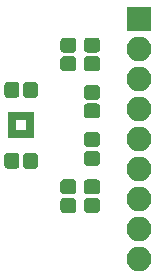
<source format=gbr>
G04 #@! TF.GenerationSoftware,KiCad,Pcbnew,(5.0.0)*
G04 #@! TF.CreationDate,2018-08-29T17:32:18+01:00*
G04 #@! TF.ProjectId,Week5LetsTryANewIC,5765656B354C657473547279414E6577,rev?*
G04 #@! TF.SameCoordinates,Original*
G04 #@! TF.FileFunction,Soldermask,Top*
G04 #@! TF.FilePolarity,Negative*
%FSLAX46Y46*%
G04 Gerber Fmt 4.6, Leading zero omitted, Abs format (unit mm)*
G04 Created by KiCad (PCBNEW (5.0.0)) date 08/29/18 17:32:18*
%MOMM*%
%LPD*%
G01*
G04 APERTURE LIST*
%ADD10C,0.100000*%
%ADD11C,1.275000*%
%ADD12R,0.750000X0.775000*%
%ADD13R,0.775000X0.750000*%
%ADD14R,2.100000X2.100000*%
%ADD15O,2.100000X2.100000*%
G04 APERTURE END LIST*
D10*
G04 #@! TO.C,C1*
G36*
X157562493Y-78326535D02*
X157593435Y-78331125D01*
X157623778Y-78338725D01*
X157653230Y-78349263D01*
X157681508Y-78362638D01*
X157708338Y-78378719D01*
X157733463Y-78397353D01*
X157756640Y-78418360D01*
X157777647Y-78441537D01*
X157796281Y-78466662D01*
X157812362Y-78493492D01*
X157825737Y-78521770D01*
X157836275Y-78551222D01*
X157843875Y-78581565D01*
X157848465Y-78612507D01*
X157850000Y-78643750D01*
X157850000Y-79356250D01*
X157848465Y-79387493D01*
X157843875Y-79418435D01*
X157836275Y-79448778D01*
X157825737Y-79478230D01*
X157812362Y-79506508D01*
X157796281Y-79533338D01*
X157777647Y-79558463D01*
X157756640Y-79581640D01*
X157733463Y-79602647D01*
X157708338Y-79621281D01*
X157681508Y-79637362D01*
X157653230Y-79650737D01*
X157623778Y-79661275D01*
X157593435Y-79668875D01*
X157562493Y-79673465D01*
X157531250Y-79675000D01*
X156893750Y-79675000D01*
X156862507Y-79673465D01*
X156831565Y-79668875D01*
X156801222Y-79661275D01*
X156771770Y-79650737D01*
X156743492Y-79637362D01*
X156716662Y-79621281D01*
X156691537Y-79602647D01*
X156668360Y-79581640D01*
X156647353Y-79558463D01*
X156628719Y-79533338D01*
X156612638Y-79506508D01*
X156599263Y-79478230D01*
X156588725Y-79448778D01*
X156581125Y-79418435D01*
X156576535Y-79387493D01*
X156575000Y-79356250D01*
X156575000Y-78643750D01*
X156576535Y-78612507D01*
X156581125Y-78581565D01*
X156588725Y-78551222D01*
X156599263Y-78521770D01*
X156612638Y-78493492D01*
X156628719Y-78466662D01*
X156647353Y-78441537D01*
X156668360Y-78418360D01*
X156691537Y-78397353D01*
X156716662Y-78378719D01*
X156743492Y-78362638D01*
X156771770Y-78349263D01*
X156801222Y-78338725D01*
X156831565Y-78331125D01*
X156862507Y-78326535D01*
X156893750Y-78325000D01*
X157531250Y-78325000D01*
X157562493Y-78326535D01*
X157562493Y-78326535D01*
G37*
D11*
X157212500Y-79000000D03*
D10*
G36*
X159137493Y-78326535D02*
X159168435Y-78331125D01*
X159198778Y-78338725D01*
X159228230Y-78349263D01*
X159256508Y-78362638D01*
X159283338Y-78378719D01*
X159308463Y-78397353D01*
X159331640Y-78418360D01*
X159352647Y-78441537D01*
X159371281Y-78466662D01*
X159387362Y-78493492D01*
X159400737Y-78521770D01*
X159411275Y-78551222D01*
X159418875Y-78581565D01*
X159423465Y-78612507D01*
X159425000Y-78643750D01*
X159425000Y-79356250D01*
X159423465Y-79387493D01*
X159418875Y-79418435D01*
X159411275Y-79448778D01*
X159400737Y-79478230D01*
X159387362Y-79506508D01*
X159371281Y-79533338D01*
X159352647Y-79558463D01*
X159331640Y-79581640D01*
X159308463Y-79602647D01*
X159283338Y-79621281D01*
X159256508Y-79637362D01*
X159228230Y-79650737D01*
X159198778Y-79661275D01*
X159168435Y-79668875D01*
X159137493Y-79673465D01*
X159106250Y-79675000D01*
X158468750Y-79675000D01*
X158437507Y-79673465D01*
X158406565Y-79668875D01*
X158376222Y-79661275D01*
X158346770Y-79650737D01*
X158318492Y-79637362D01*
X158291662Y-79621281D01*
X158266537Y-79602647D01*
X158243360Y-79581640D01*
X158222353Y-79558463D01*
X158203719Y-79533338D01*
X158187638Y-79506508D01*
X158174263Y-79478230D01*
X158163725Y-79448778D01*
X158156125Y-79418435D01*
X158151535Y-79387493D01*
X158150000Y-79356250D01*
X158150000Y-78643750D01*
X158151535Y-78612507D01*
X158156125Y-78581565D01*
X158163725Y-78551222D01*
X158174263Y-78521770D01*
X158187638Y-78493492D01*
X158203719Y-78466662D01*
X158222353Y-78441537D01*
X158243360Y-78418360D01*
X158266537Y-78397353D01*
X158291662Y-78378719D01*
X158318492Y-78362638D01*
X158346770Y-78349263D01*
X158376222Y-78338725D01*
X158406565Y-78331125D01*
X158437507Y-78326535D01*
X158468750Y-78325000D01*
X159106250Y-78325000D01*
X159137493Y-78326535D01*
X159137493Y-78326535D01*
G37*
D11*
X158787500Y-79000000D03*
G04 #@! TD*
D10*
G04 #@! TO.C,C2*
G36*
X159137493Y-72326535D02*
X159168435Y-72331125D01*
X159198778Y-72338725D01*
X159228230Y-72349263D01*
X159256508Y-72362638D01*
X159283338Y-72378719D01*
X159308463Y-72397353D01*
X159331640Y-72418360D01*
X159352647Y-72441537D01*
X159371281Y-72466662D01*
X159387362Y-72493492D01*
X159400737Y-72521770D01*
X159411275Y-72551222D01*
X159418875Y-72581565D01*
X159423465Y-72612507D01*
X159425000Y-72643750D01*
X159425000Y-73356250D01*
X159423465Y-73387493D01*
X159418875Y-73418435D01*
X159411275Y-73448778D01*
X159400737Y-73478230D01*
X159387362Y-73506508D01*
X159371281Y-73533338D01*
X159352647Y-73558463D01*
X159331640Y-73581640D01*
X159308463Y-73602647D01*
X159283338Y-73621281D01*
X159256508Y-73637362D01*
X159228230Y-73650737D01*
X159198778Y-73661275D01*
X159168435Y-73668875D01*
X159137493Y-73673465D01*
X159106250Y-73675000D01*
X158468750Y-73675000D01*
X158437507Y-73673465D01*
X158406565Y-73668875D01*
X158376222Y-73661275D01*
X158346770Y-73650737D01*
X158318492Y-73637362D01*
X158291662Y-73621281D01*
X158266537Y-73602647D01*
X158243360Y-73581640D01*
X158222353Y-73558463D01*
X158203719Y-73533338D01*
X158187638Y-73506508D01*
X158174263Y-73478230D01*
X158163725Y-73448778D01*
X158156125Y-73418435D01*
X158151535Y-73387493D01*
X158150000Y-73356250D01*
X158150000Y-72643750D01*
X158151535Y-72612507D01*
X158156125Y-72581565D01*
X158163725Y-72551222D01*
X158174263Y-72521770D01*
X158187638Y-72493492D01*
X158203719Y-72466662D01*
X158222353Y-72441537D01*
X158243360Y-72418360D01*
X158266537Y-72397353D01*
X158291662Y-72378719D01*
X158318492Y-72362638D01*
X158346770Y-72349263D01*
X158376222Y-72338725D01*
X158406565Y-72331125D01*
X158437507Y-72326535D01*
X158468750Y-72325000D01*
X159106250Y-72325000D01*
X159137493Y-72326535D01*
X159137493Y-72326535D01*
G37*
D11*
X158787500Y-73000000D03*
D10*
G36*
X157562493Y-72326535D02*
X157593435Y-72331125D01*
X157623778Y-72338725D01*
X157653230Y-72349263D01*
X157681508Y-72362638D01*
X157708338Y-72378719D01*
X157733463Y-72397353D01*
X157756640Y-72418360D01*
X157777647Y-72441537D01*
X157796281Y-72466662D01*
X157812362Y-72493492D01*
X157825737Y-72521770D01*
X157836275Y-72551222D01*
X157843875Y-72581565D01*
X157848465Y-72612507D01*
X157850000Y-72643750D01*
X157850000Y-73356250D01*
X157848465Y-73387493D01*
X157843875Y-73418435D01*
X157836275Y-73448778D01*
X157825737Y-73478230D01*
X157812362Y-73506508D01*
X157796281Y-73533338D01*
X157777647Y-73558463D01*
X157756640Y-73581640D01*
X157733463Y-73602647D01*
X157708338Y-73621281D01*
X157681508Y-73637362D01*
X157653230Y-73650737D01*
X157623778Y-73661275D01*
X157593435Y-73668875D01*
X157562493Y-73673465D01*
X157531250Y-73675000D01*
X156893750Y-73675000D01*
X156862507Y-73673465D01*
X156831565Y-73668875D01*
X156801222Y-73661275D01*
X156771770Y-73650737D01*
X156743492Y-73637362D01*
X156716662Y-73621281D01*
X156691537Y-73602647D01*
X156668360Y-73581640D01*
X156647353Y-73558463D01*
X156628719Y-73533338D01*
X156612638Y-73506508D01*
X156599263Y-73478230D01*
X156588725Y-73448778D01*
X156581125Y-73418435D01*
X156576535Y-73387493D01*
X156575000Y-73356250D01*
X156575000Y-72643750D01*
X156576535Y-72612507D01*
X156581125Y-72581565D01*
X156588725Y-72551222D01*
X156599263Y-72521770D01*
X156612638Y-72493492D01*
X156628719Y-72466662D01*
X156647353Y-72441537D01*
X156668360Y-72418360D01*
X156691537Y-72397353D01*
X156716662Y-72378719D01*
X156743492Y-72362638D01*
X156771770Y-72349263D01*
X156801222Y-72338725D01*
X156831565Y-72331125D01*
X156862507Y-72326535D01*
X156893750Y-72325000D01*
X157531250Y-72325000D01*
X157562493Y-72326535D01*
X157562493Y-72326535D01*
G37*
D11*
X157212500Y-73000000D03*
G04 #@! TD*
D12*
G04 #@! TO.C,U1*
X158250000Y-75237500D03*
X157750000Y-75237500D03*
X158250000Y-76762500D03*
X157750000Y-76762500D03*
X157250000Y-75237500D03*
X157250000Y-76762500D03*
X158750000Y-75237500D03*
X158750000Y-76762500D03*
D13*
X157237500Y-75750000D03*
X157237500Y-76250000D03*
X158762500Y-76250000D03*
X158762500Y-75750000D03*
G04 #@! TD*
D14*
G04 #@! TO.C,J1*
X168000000Y-67000000D03*
D15*
X168000000Y-69540000D03*
X168000000Y-72080000D03*
X168000000Y-74620000D03*
X168000000Y-77160000D03*
X168000000Y-79700000D03*
X168000000Y-82240000D03*
X168000000Y-84780000D03*
X168000000Y-87320000D03*
G04 #@! TD*
D10*
G04 #@! TO.C,R1*
G36*
X164387493Y-72576535D02*
X164418435Y-72581125D01*
X164448778Y-72588725D01*
X164478230Y-72599263D01*
X164506508Y-72612638D01*
X164533338Y-72628719D01*
X164558463Y-72647353D01*
X164581640Y-72668360D01*
X164602647Y-72691537D01*
X164621281Y-72716662D01*
X164637362Y-72743492D01*
X164650737Y-72771770D01*
X164661275Y-72801222D01*
X164668875Y-72831565D01*
X164673465Y-72862507D01*
X164675000Y-72893750D01*
X164675000Y-73531250D01*
X164673465Y-73562493D01*
X164668875Y-73593435D01*
X164661275Y-73623778D01*
X164650737Y-73653230D01*
X164637362Y-73681508D01*
X164621281Y-73708338D01*
X164602647Y-73733463D01*
X164581640Y-73756640D01*
X164558463Y-73777647D01*
X164533338Y-73796281D01*
X164506508Y-73812362D01*
X164478230Y-73825737D01*
X164448778Y-73836275D01*
X164418435Y-73843875D01*
X164387493Y-73848465D01*
X164356250Y-73850000D01*
X163643750Y-73850000D01*
X163612507Y-73848465D01*
X163581565Y-73843875D01*
X163551222Y-73836275D01*
X163521770Y-73825737D01*
X163493492Y-73812362D01*
X163466662Y-73796281D01*
X163441537Y-73777647D01*
X163418360Y-73756640D01*
X163397353Y-73733463D01*
X163378719Y-73708338D01*
X163362638Y-73681508D01*
X163349263Y-73653230D01*
X163338725Y-73623778D01*
X163331125Y-73593435D01*
X163326535Y-73562493D01*
X163325000Y-73531250D01*
X163325000Y-72893750D01*
X163326535Y-72862507D01*
X163331125Y-72831565D01*
X163338725Y-72801222D01*
X163349263Y-72771770D01*
X163362638Y-72743492D01*
X163378719Y-72716662D01*
X163397353Y-72691537D01*
X163418360Y-72668360D01*
X163441537Y-72647353D01*
X163466662Y-72628719D01*
X163493492Y-72612638D01*
X163521770Y-72599263D01*
X163551222Y-72588725D01*
X163581565Y-72581125D01*
X163612507Y-72576535D01*
X163643750Y-72575000D01*
X164356250Y-72575000D01*
X164387493Y-72576535D01*
X164387493Y-72576535D01*
G37*
D11*
X164000000Y-73212500D03*
D10*
G36*
X164387493Y-74151535D02*
X164418435Y-74156125D01*
X164448778Y-74163725D01*
X164478230Y-74174263D01*
X164506508Y-74187638D01*
X164533338Y-74203719D01*
X164558463Y-74222353D01*
X164581640Y-74243360D01*
X164602647Y-74266537D01*
X164621281Y-74291662D01*
X164637362Y-74318492D01*
X164650737Y-74346770D01*
X164661275Y-74376222D01*
X164668875Y-74406565D01*
X164673465Y-74437507D01*
X164675000Y-74468750D01*
X164675000Y-75106250D01*
X164673465Y-75137493D01*
X164668875Y-75168435D01*
X164661275Y-75198778D01*
X164650737Y-75228230D01*
X164637362Y-75256508D01*
X164621281Y-75283338D01*
X164602647Y-75308463D01*
X164581640Y-75331640D01*
X164558463Y-75352647D01*
X164533338Y-75371281D01*
X164506508Y-75387362D01*
X164478230Y-75400737D01*
X164448778Y-75411275D01*
X164418435Y-75418875D01*
X164387493Y-75423465D01*
X164356250Y-75425000D01*
X163643750Y-75425000D01*
X163612507Y-75423465D01*
X163581565Y-75418875D01*
X163551222Y-75411275D01*
X163521770Y-75400737D01*
X163493492Y-75387362D01*
X163466662Y-75371281D01*
X163441537Y-75352647D01*
X163418360Y-75331640D01*
X163397353Y-75308463D01*
X163378719Y-75283338D01*
X163362638Y-75256508D01*
X163349263Y-75228230D01*
X163338725Y-75198778D01*
X163331125Y-75168435D01*
X163326535Y-75137493D01*
X163325000Y-75106250D01*
X163325000Y-74468750D01*
X163326535Y-74437507D01*
X163331125Y-74406565D01*
X163338725Y-74376222D01*
X163349263Y-74346770D01*
X163362638Y-74318492D01*
X163378719Y-74291662D01*
X163397353Y-74266537D01*
X163418360Y-74243360D01*
X163441537Y-74222353D01*
X163466662Y-74203719D01*
X163493492Y-74187638D01*
X163521770Y-74174263D01*
X163551222Y-74163725D01*
X163581565Y-74156125D01*
X163612507Y-74151535D01*
X163643750Y-74150000D01*
X164356250Y-74150000D01*
X164387493Y-74151535D01*
X164387493Y-74151535D01*
G37*
D11*
X164000000Y-74787500D03*
G04 #@! TD*
D10*
G04 #@! TO.C,R2*
G36*
X164387493Y-78151535D02*
X164418435Y-78156125D01*
X164448778Y-78163725D01*
X164478230Y-78174263D01*
X164506508Y-78187638D01*
X164533338Y-78203719D01*
X164558463Y-78222353D01*
X164581640Y-78243360D01*
X164602647Y-78266537D01*
X164621281Y-78291662D01*
X164637362Y-78318492D01*
X164650737Y-78346770D01*
X164661275Y-78376222D01*
X164668875Y-78406565D01*
X164673465Y-78437507D01*
X164675000Y-78468750D01*
X164675000Y-79106250D01*
X164673465Y-79137493D01*
X164668875Y-79168435D01*
X164661275Y-79198778D01*
X164650737Y-79228230D01*
X164637362Y-79256508D01*
X164621281Y-79283338D01*
X164602647Y-79308463D01*
X164581640Y-79331640D01*
X164558463Y-79352647D01*
X164533338Y-79371281D01*
X164506508Y-79387362D01*
X164478230Y-79400737D01*
X164448778Y-79411275D01*
X164418435Y-79418875D01*
X164387493Y-79423465D01*
X164356250Y-79425000D01*
X163643750Y-79425000D01*
X163612507Y-79423465D01*
X163581565Y-79418875D01*
X163551222Y-79411275D01*
X163521770Y-79400737D01*
X163493492Y-79387362D01*
X163466662Y-79371281D01*
X163441537Y-79352647D01*
X163418360Y-79331640D01*
X163397353Y-79308463D01*
X163378719Y-79283338D01*
X163362638Y-79256508D01*
X163349263Y-79228230D01*
X163338725Y-79198778D01*
X163331125Y-79168435D01*
X163326535Y-79137493D01*
X163325000Y-79106250D01*
X163325000Y-78468750D01*
X163326535Y-78437507D01*
X163331125Y-78406565D01*
X163338725Y-78376222D01*
X163349263Y-78346770D01*
X163362638Y-78318492D01*
X163378719Y-78291662D01*
X163397353Y-78266537D01*
X163418360Y-78243360D01*
X163441537Y-78222353D01*
X163466662Y-78203719D01*
X163493492Y-78187638D01*
X163521770Y-78174263D01*
X163551222Y-78163725D01*
X163581565Y-78156125D01*
X163612507Y-78151535D01*
X163643750Y-78150000D01*
X164356250Y-78150000D01*
X164387493Y-78151535D01*
X164387493Y-78151535D01*
G37*
D11*
X164000000Y-78787500D03*
D10*
G36*
X164387493Y-76576535D02*
X164418435Y-76581125D01*
X164448778Y-76588725D01*
X164478230Y-76599263D01*
X164506508Y-76612638D01*
X164533338Y-76628719D01*
X164558463Y-76647353D01*
X164581640Y-76668360D01*
X164602647Y-76691537D01*
X164621281Y-76716662D01*
X164637362Y-76743492D01*
X164650737Y-76771770D01*
X164661275Y-76801222D01*
X164668875Y-76831565D01*
X164673465Y-76862507D01*
X164675000Y-76893750D01*
X164675000Y-77531250D01*
X164673465Y-77562493D01*
X164668875Y-77593435D01*
X164661275Y-77623778D01*
X164650737Y-77653230D01*
X164637362Y-77681508D01*
X164621281Y-77708338D01*
X164602647Y-77733463D01*
X164581640Y-77756640D01*
X164558463Y-77777647D01*
X164533338Y-77796281D01*
X164506508Y-77812362D01*
X164478230Y-77825737D01*
X164448778Y-77836275D01*
X164418435Y-77843875D01*
X164387493Y-77848465D01*
X164356250Y-77850000D01*
X163643750Y-77850000D01*
X163612507Y-77848465D01*
X163581565Y-77843875D01*
X163551222Y-77836275D01*
X163521770Y-77825737D01*
X163493492Y-77812362D01*
X163466662Y-77796281D01*
X163441537Y-77777647D01*
X163418360Y-77756640D01*
X163397353Y-77733463D01*
X163378719Y-77708338D01*
X163362638Y-77681508D01*
X163349263Y-77653230D01*
X163338725Y-77623778D01*
X163331125Y-77593435D01*
X163326535Y-77562493D01*
X163325000Y-77531250D01*
X163325000Y-76893750D01*
X163326535Y-76862507D01*
X163331125Y-76831565D01*
X163338725Y-76801222D01*
X163349263Y-76771770D01*
X163362638Y-76743492D01*
X163378719Y-76716662D01*
X163397353Y-76691537D01*
X163418360Y-76668360D01*
X163441537Y-76647353D01*
X163466662Y-76628719D01*
X163493492Y-76612638D01*
X163521770Y-76599263D01*
X163551222Y-76588725D01*
X163581565Y-76581125D01*
X163612507Y-76576535D01*
X163643750Y-76575000D01*
X164356250Y-76575000D01*
X164387493Y-76576535D01*
X164387493Y-76576535D01*
G37*
D11*
X164000000Y-77212500D03*
G04 #@! TD*
D10*
G04 #@! TO.C,R3*
G36*
X164387493Y-68576535D02*
X164418435Y-68581125D01*
X164448778Y-68588725D01*
X164478230Y-68599263D01*
X164506508Y-68612638D01*
X164533338Y-68628719D01*
X164558463Y-68647353D01*
X164581640Y-68668360D01*
X164602647Y-68691537D01*
X164621281Y-68716662D01*
X164637362Y-68743492D01*
X164650737Y-68771770D01*
X164661275Y-68801222D01*
X164668875Y-68831565D01*
X164673465Y-68862507D01*
X164675000Y-68893750D01*
X164675000Y-69531250D01*
X164673465Y-69562493D01*
X164668875Y-69593435D01*
X164661275Y-69623778D01*
X164650737Y-69653230D01*
X164637362Y-69681508D01*
X164621281Y-69708338D01*
X164602647Y-69733463D01*
X164581640Y-69756640D01*
X164558463Y-69777647D01*
X164533338Y-69796281D01*
X164506508Y-69812362D01*
X164478230Y-69825737D01*
X164448778Y-69836275D01*
X164418435Y-69843875D01*
X164387493Y-69848465D01*
X164356250Y-69850000D01*
X163643750Y-69850000D01*
X163612507Y-69848465D01*
X163581565Y-69843875D01*
X163551222Y-69836275D01*
X163521770Y-69825737D01*
X163493492Y-69812362D01*
X163466662Y-69796281D01*
X163441537Y-69777647D01*
X163418360Y-69756640D01*
X163397353Y-69733463D01*
X163378719Y-69708338D01*
X163362638Y-69681508D01*
X163349263Y-69653230D01*
X163338725Y-69623778D01*
X163331125Y-69593435D01*
X163326535Y-69562493D01*
X163325000Y-69531250D01*
X163325000Y-68893750D01*
X163326535Y-68862507D01*
X163331125Y-68831565D01*
X163338725Y-68801222D01*
X163349263Y-68771770D01*
X163362638Y-68743492D01*
X163378719Y-68716662D01*
X163397353Y-68691537D01*
X163418360Y-68668360D01*
X163441537Y-68647353D01*
X163466662Y-68628719D01*
X163493492Y-68612638D01*
X163521770Y-68599263D01*
X163551222Y-68588725D01*
X163581565Y-68581125D01*
X163612507Y-68576535D01*
X163643750Y-68575000D01*
X164356250Y-68575000D01*
X164387493Y-68576535D01*
X164387493Y-68576535D01*
G37*
D11*
X164000000Y-69212500D03*
D10*
G36*
X164387493Y-70151535D02*
X164418435Y-70156125D01*
X164448778Y-70163725D01*
X164478230Y-70174263D01*
X164506508Y-70187638D01*
X164533338Y-70203719D01*
X164558463Y-70222353D01*
X164581640Y-70243360D01*
X164602647Y-70266537D01*
X164621281Y-70291662D01*
X164637362Y-70318492D01*
X164650737Y-70346770D01*
X164661275Y-70376222D01*
X164668875Y-70406565D01*
X164673465Y-70437507D01*
X164675000Y-70468750D01*
X164675000Y-71106250D01*
X164673465Y-71137493D01*
X164668875Y-71168435D01*
X164661275Y-71198778D01*
X164650737Y-71228230D01*
X164637362Y-71256508D01*
X164621281Y-71283338D01*
X164602647Y-71308463D01*
X164581640Y-71331640D01*
X164558463Y-71352647D01*
X164533338Y-71371281D01*
X164506508Y-71387362D01*
X164478230Y-71400737D01*
X164448778Y-71411275D01*
X164418435Y-71418875D01*
X164387493Y-71423465D01*
X164356250Y-71425000D01*
X163643750Y-71425000D01*
X163612507Y-71423465D01*
X163581565Y-71418875D01*
X163551222Y-71411275D01*
X163521770Y-71400737D01*
X163493492Y-71387362D01*
X163466662Y-71371281D01*
X163441537Y-71352647D01*
X163418360Y-71331640D01*
X163397353Y-71308463D01*
X163378719Y-71283338D01*
X163362638Y-71256508D01*
X163349263Y-71228230D01*
X163338725Y-71198778D01*
X163331125Y-71168435D01*
X163326535Y-71137493D01*
X163325000Y-71106250D01*
X163325000Y-70468750D01*
X163326535Y-70437507D01*
X163331125Y-70406565D01*
X163338725Y-70376222D01*
X163349263Y-70346770D01*
X163362638Y-70318492D01*
X163378719Y-70291662D01*
X163397353Y-70266537D01*
X163418360Y-70243360D01*
X163441537Y-70222353D01*
X163466662Y-70203719D01*
X163493492Y-70187638D01*
X163521770Y-70174263D01*
X163551222Y-70163725D01*
X163581565Y-70156125D01*
X163612507Y-70151535D01*
X163643750Y-70150000D01*
X164356250Y-70150000D01*
X164387493Y-70151535D01*
X164387493Y-70151535D01*
G37*
D11*
X164000000Y-70787500D03*
G04 #@! TD*
D10*
G04 #@! TO.C,R4*
G36*
X162387493Y-68576535D02*
X162418435Y-68581125D01*
X162448778Y-68588725D01*
X162478230Y-68599263D01*
X162506508Y-68612638D01*
X162533338Y-68628719D01*
X162558463Y-68647353D01*
X162581640Y-68668360D01*
X162602647Y-68691537D01*
X162621281Y-68716662D01*
X162637362Y-68743492D01*
X162650737Y-68771770D01*
X162661275Y-68801222D01*
X162668875Y-68831565D01*
X162673465Y-68862507D01*
X162675000Y-68893750D01*
X162675000Y-69531250D01*
X162673465Y-69562493D01*
X162668875Y-69593435D01*
X162661275Y-69623778D01*
X162650737Y-69653230D01*
X162637362Y-69681508D01*
X162621281Y-69708338D01*
X162602647Y-69733463D01*
X162581640Y-69756640D01*
X162558463Y-69777647D01*
X162533338Y-69796281D01*
X162506508Y-69812362D01*
X162478230Y-69825737D01*
X162448778Y-69836275D01*
X162418435Y-69843875D01*
X162387493Y-69848465D01*
X162356250Y-69850000D01*
X161643750Y-69850000D01*
X161612507Y-69848465D01*
X161581565Y-69843875D01*
X161551222Y-69836275D01*
X161521770Y-69825737D01*
X161493492Y-69812362D01*
X161466662Y-69796281D01*
X161441537Y-69777647D01*
X161418360Y-69756640D01*
X161397353Y-69733463D01*
X161378719Y-69708338D01*
X161362638Y-69681508D01*
X161349263Y-69653230D01*
X161338725Y-69623778D01*
X161331125Y-69593435D01*
X161326535Y-69562493D01*
X161325000Y-69531250D01*
X161325000Y-68893750D01*
X161326535Y-68862507D01*
X161331125Y-68831565D01*
X161338725Y-68801222D01*
X161349263Y-68771770D01*
X161362638Y-68743492D01*
X161378719Y-68716662D01*
X161397353Y-68691537D01*
X161418360Y-68668360D01*
X161441537Y-68647353D01*
X161466662Y-68628719D01*
X161493492Y-68612638D01*
X161521770Y-68599263D01*
X161551222Y-68588725D01*
X161581565Y-68581125D01*
X161612507Y-68576535D01*
X161643750Y-68575000D01*
X162356250Y-68575000D01*
X162387493Y-68576535D01*
X162387493Y-68576535D01*
G37*
D11*
X162000000Y-69212500D03*
D10*
G36*
X162387493Y-70151535D02*
X162418435Y-70156125D01*
X162448778Y-70163725D01*
X162478230Y-70174263D01*
X162506508Y-70187638D01*
X162533338Y-70203719D01*
X162558463Y-70222353D01*
X162581640Y-70243360D01*
X162602647Y-70266537D01*
X162621281Y-70291662D01*
X162637362Y-70318492D01*
X162650737Y-70346770D01*
X162661275Y-70376222D01*
X162668875Y-70406565D01*
X162673465Y-70437507D01*
X162675000Y-70468750D01*
X162675000Y-71106250D01*
X162673465Y-71137493D01*
X162668875Y-71168435D01*
X162661275Y-71198778D01*
X162650737Y-71228230D01*
X162637362Y-71256508D01*
X162621281Y-71283338D01*
X162602647Y-71308463D01*
X162581640Y-71331640D01*
X162558463Y-71352647D01*
X162533338Y-71371281D01*
X162506508Y-71387362D01*
X162478230Y-71400737D01*
X162448778Y-71411275D01*
X162418435Y-71418875D01*
X162387493Y-71423465D01*
X162356250Y-71425000D01*
X161643750Y-71425000D01*
X161612507Y-71423465D01*
X161581565Y-71418875D01*
X161551222Y-71411275D01*
X161521770Y-71400737D01*
X161493492Y-71387362D01*
X161466662Y-71371281D01*
X161441537Y-71352647D01*
X161418360Y-71331640D01*
X161397353Y-71308463D01*
X161378719Y-71283338D01*
X161362638Y-71256508D01*
X161349263Y-71228230D01*
X161338725Y-71198778D01*
X161331125Y-71168435D01*
X161326535Y-71137493D01*
X161325000Y-71106250D01*
X161325000Y-70468750D01*
X161326535Y-70437507D01*
X161331125Y-70406565D01*
X161338725Y-70376222D01*
X161349263Y-70346770D01*
X161362638Y-70318492D01*
X161378719Y-70291662D01*
X161397353Y-70266537D01*
X161418360Y-70243360D01*
X161441537Y-70222353D01*
X161466662Y-70203719D01*
X161493492Y-70187638D01*
X161521770Y-70174263D01*
X161551222Y-70163725D01*
X161581565Y-70156125D01*
X161612507Y-70151535D01*
X161643750Y-70150000D01*
X162356250Y-70150000D01*
X162387493Y-70151535D01*
X162387493Y-70151535D01*
G37*
D11*
X162000000Y-70787500D03*
G04 #@! TD*
D10*
G04 #@! TO.C,R5*
G36*
X162387493Y-80576535D02*
X162418435Y-80581125D01*
X162448778Y-80588725D01*
X162478230Y-80599263D01*
X162506508Y-80612638D01*
X162533338Y-80628719D01*
X162558463Y-80647353D01*
X162581640Y-80668360D01*
X162602647Y-80691537D01*
X162621281Y-80716662D01*
X162637362Y-80743492D01*
X162650737Y-80771770D01*
X162661275Y-80801222D01*
X162668875Y-80831565D01*
X162673465Y-80862507D01*
X162675000Y-80893750D01*
X162675000Y-81531250D01*
X162673465Y-81562493D01*
X162668875Y-81593435D01*
X162661275Y-81623778D01*
X162650737Y-81653230D01*
X162637362Y-81681508D01*
X162621281Y-81708338D01*
X162602647Y-81733463D01*
X162581640Y-81756640D01*
X162558463Y-81777647D01*
X162533338Y-81796281D01*
X162506508Y-81812362D01*
X162478230Y-81825737D01*
X162448778Y-81836275D01*
X162418435Y-81843875D01*
X162387493Y-81848465D01*
X162356250Y-81850000D01*
X161643750Y-81850000D01*
X161612507Y-81848465D01*
X161581565Y-81843875D01*
X161551222Y-81836275D01*
X161521770Y-81825737D01*
X161493492Y-81812362D01*
X161466662Y-81796281D01*
X161441537Y-81777647D01*
X161418360Y-81756640D01*
X161397353Y-81733463D01*
X161378719Y-81708338D01*
X161362638Y-81681508D01*
X161349263Y-81653230D01*
X161338725Y-81623778D01*
X161331125Y-81593435D01*
X161326535Y-81562493D01*
X161325000Y-81531250D01*
X161325000Y-80893750D01*
X161326535Y-80862507D01*
X161331125Y-80831565D01*
X161338725Y-80801222D01*
X161349263Y-80771770D01*
X161362638Y-80743492D01*
X161378719Y-80716662D01*
X161397353Y-80691537D01*
X161418360Y-80668360D01*
X161441537Y-80647353D01*
X161466662Y-80628719D01*
X161493492Y-80612638D01*
X161521770Y-80599263D01*
X161551222Y-80588725D01*
X161581565Y-80581125D01*
X161612507Y-80576535D01*
X161643750Y-80575000D01*
X162356250Y-80575000D01*
X162387493Y-80576535D01*
X162387493Y-80576535D01*
G37*
D11*
X162000000Y-81212500D03*
D10*
G36*
X162387493Y-82151535D02*
X162418435Y-82156125D01*
X162448778Y-82163725D01*
X162478230Y-82174263D01*
X162506508Y-82187638D01*
X162533338Y-82203719D01*
X162558463Y-82222353D01*
X162581640Y-82243360D01*
X162602647Y-82266537D01*
X162621281Y-82291662D01*
X162637362Y-82318492D01*
X162650737Y-82346770D01*
X162661275Y-82376222D01*
X162668875Y-82406565D01*
X162673465Y-82437507D01*
X162675000Y-82468750D01*
X162675000Y-83106250D01*
X162673465Y-83137493D01*
X162668875Y-83168435D01*
X162661275Y-83198778D01*
X162650737Y-83228230D01*
X162637362Y-83256508D01*
X162621281Y-83283338D01*
X162602647Y-83308463D01*
X162581640Y-83331640D01*
X162558463Y-83352647D01*
X162533338Y-83371281D01*
X162506508Y-83387362D01*
X162478230Y-83400737D01*
X162448778Y-83411275D01*
X162418435Y-83418875D01*
X162387493Y-83423465D01*
X162356250Y-83425000D01*
X161643750Y-83425000D01*
X161612507Y-83423465D01*
X161581565Y-83418875D01*
X161551222Y-83411275D01*
X161521770Y-83400737D01*
X161493492Y-83387362D01*
X161466662Y-83371281D01*
X161441537Y-83352647D01*
X161418360Y-83331640D01*
X161397353Y-83308463D01*
X161378719Y-83283338D01*
X161362638Y-83256508D01*
X161349263Y-83228230D01*
X161338725Y-83198778D01*
X161331125Y-83168435D01*
X161326535Y-83137493D01*
X161325000Y-83106250D01*
X161325000Y-82468750D01*
X161326535Y-82437507D01*
X161331125Y-82406565D01*
X161338725Y-82376222D01*
X161349263Y-82346770D01*
X161362638Y-82318492D01*
X161378719Y-82291662D01*
X161397353Y-82266537D01*
X161418360Y-82243360D01*
X161441537Y-82222353D01*
X161466662Y-82203719D01*
X161493492Y-82187638D01*
X161521770Y-82174263D01*
X161551222Y-82163725D01*
X161581565Y-82156125D01*
X161612507Y-82151535D01*
X161643750Y-82150000D01*
X162356250Y-82150000D01*
X162387493Y-82151535D01*
X162387493Y-82151535D01*
G37*
D11*
X162000000Y-82787500D03*
G04 #@! TD*
D10*
G04 #@! TO.C,R6*
G36*
X164387493Y-80576535D02*
X164418435Y-80581125D01*
X164448778Y-80588725D01*
X164478230Y-80599263D01*
X164506508Y-80612638D01*
X164533338Y-80628719D01*
X164558463Y-80647353D01*
X164581640Y-80668360D01*
X164602647Y-80691537D01*
X164621281Y-80716662D01*
X164637362Y-80743492D01*
X164650737Y-80771770D01*
X164661275Y-80801222D01*
X164668875Y-80831565D01*
X164673465Y-80862507D01*
X164675000Y-80893750D01*
X164675000Y-81531250D01*
X164673465Y-81562493D01*
X164668875Y-81593435D01*
X164661275Y-81623778D01*
X164650737Y-81653230D01*
X164637362Y-81681508D01*
X164621281Y-81708338D01*
X164602647Y-81733463D01*
X164581640Y-81756640D01*
X164558463Y-81777647D01*
X164533338Y-81796281D01*
X164506508Y-81812362D01*
X164478230Y-81825737D01*
X164448778Y-81836275D01*
X164418435Y-81843875D01*
X164387493Y-81848465D01*
X164356250Y-81850000D01*
X163643750Y-81850000D01*
X163612507Y-81848465D01*
X163581565Y-81843875D01*
X163551222Y-81836275D01*
X163521770Y-81825737D01*
X163493492Y-81812362D01*
X163466662Y-81796281D01*
X163441537Y-81777647D01*
X163418360Y-81756640D01*
X163397353Y-81733463D01*
X163378719Y-81708338D01*
X163362638Y-81681508D01*
X163349263Y-81653230D01*
X163338725Y-81623778D01*
X163331125Y-81593435D01*
X163326535Y-81562493D01*
X163325000Y-81531250D01*
X163325000Y-80893750D01*
X163326535Y-80862507D01*
X163331125Y-80831565D01*
X163338725Y-80801222D01*
X163349263Y-80771770D01*
X163362638Y-80743492D01*
X163378719Y-80716662D01*
X163397353Y-80691537D01*
X163418360Y-80668360D01*
X163441537Y-80647353D01*
X163466662Y-80628719D01*
X163493492Y-80612638D01*
X163521770Y-80599263D01*
X163551222Y-80588725D01*
X163581565Y-80581125D01*
X163612507Y-80576535D01*
X163643750Y-80575000D01*
X164356250Y-80575000D01*
X164387493Y-80576535D01*
X164387493Y-80576535D01*
G37*
D11*
X164000000Y-81212500D03*
D10*
G36*
X164387493Y-82151535D02*
X164418435Y-82156125D01*
X164448778Y-82163725D01*
X164478230Y-82174263D01*
X164506508Y-82187638D01*
X164533338Y-82203719D01*
X164558463Y-82222353D01*
X164581640Y-82243360D01*
X164602647Y-82266537D01*
X164621281Y-82291662D01*
X164637362Y-82318492D01*
X164650737Y-82346770D01*
X164661275Y-82376222D01*
X164668875Y-82406565D01*
X164673465Y-82437507D01*
X164675000Y-82468750D01*
X164675000Y-83106250D01*
X164673465Y-83137493D01*
X164668875Y-83168435D01*
X164661275Y-83198778D01*
X164650737Y-83228230D01*
X164637362Y-83256508D01*
X164621281Y-83283338D01*
X164602647Y-83308463D01*
X164581640Y-83331640D01*
X164558463Y-83352647D01*
X164533338Y-83371281D01*
X164506508Y-83387362D01*
X164478230Y-83400737D01*
X164448778Y-83411275D01*
X164418435Y-83418875D01*
X164387493Y-83423465D01*
X164356250Y-83425000D01*
X163643750Y-83425000D01*
X163612507Y-83423465D01*
X163581565Y-83418875D01*
X163551222Y-83411275D01*
X163521770Y-83400737D01*
X163493492Y-83387362D01*
X163466662Y-83371281D01*
X163441537Y-83352647D01*
X163418360Y-83331640D01*
X163397353Y-83308463D01*
X163378719Y-83283338D01*
X163362638Y-83256508D01*
X163349263Y-83228230D01*
X163338725Y-83198778D01*
X163331125Y-83168435D01*
X163326535Y-83137493D01*
X163325000Y-83106250D01*
X163325000Y-82468750D01*
X163326535Y-82437507D01*
X163331125Y-82406565D01*
X163338725Y-82376222D01*
X163349263Y-82346770D01*
X163362638Y-82318492D01*
X163378719Y-82291662D01*
X163397353Y-82266537D01*
X163418360Y-82243360D01*
X163441537Y-82222353D01*
X163466662Y-82203719D01*
X163493492Y-82187638D01*
X163521770Y-82174263D01*
X163551222Y-82163725D01*
X163581565Y-82156125D01*
X163612507Y-82151535D01*
X163643750Y-82150000D01*
X164356250Y-82150000D01*
X164387493Y-82151535D01*
X164387493Y-82151535D01*
G37*
D11*
X164000000Y-82787500D03*
G04 #@! TD*
M02*

</source>
